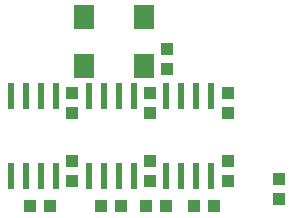
<source format=gtp>
G75*
%MOIN*%
%OFA0B0*%
%FSLAX24Y24*%
%IPPOS*%
%LPD*%
%AMOC8*
5,1,8,0,0,1.08239X$1,22.5*
%
%ADD10R,0.0240X0.0870*%
%ADD11R,0.0433X0.0394*%
%ADD12R,0.0394X0.0433*%
%ADD13R,0.0709X0.0787*%
D10*
X002977Y010284D03*
X003477Y010284D03*
X003977Y010284D03*
X004477Y010284D03*
X005575Y010284D03*
X006075Y010284D03*
X006575Y010284D03*
X007075Y010284D03*
X008174Y010284D03*
X008674Y010284D03*
X009174Y010284D03*
X009674Y010284D03*
X009674Y012934D03*
X009174Y012934D03*
X008674Y012934D03*
X008174Y012934D03*
X007075Y012934D03*
X006575Y012934D03*
X006075Y012934D03*
X005575Y012934D03*
X004477Y012934D03*
X003977Y012934D03*
X003477Y012934D03*
X002977Y012934D03*
D11*
X005026Y013041D03*
X005026Y012372D03*
X007625Y012372D03*
X007625Y013041D03*
X010223Y013041D03*
X010223Y012372D03*
X011920Y010168D03*
X011920Y009499D03*
D12*
X003629Y009259D03*
X004298Y009259D03*
X005026Y010088D03*
X005026Y010758D03*
X005991Y009259D03*
X006660Y009259D03*
X007487Y009259D03*
X008156Y009259D03*
X007625Y010088D03*
X007625Y010758D03*
X009093Y009269D03*
X009762Y009269D03*
X010223Y010088D03*
X010223Y010758D03*
X008186Y013828D03*
X008186Y014497D03*
D13*
X007434Y013927D03*
X007434Y015581D03*
X005434Y015581D03*
X005434Y013927D03*
M02*

</source>
